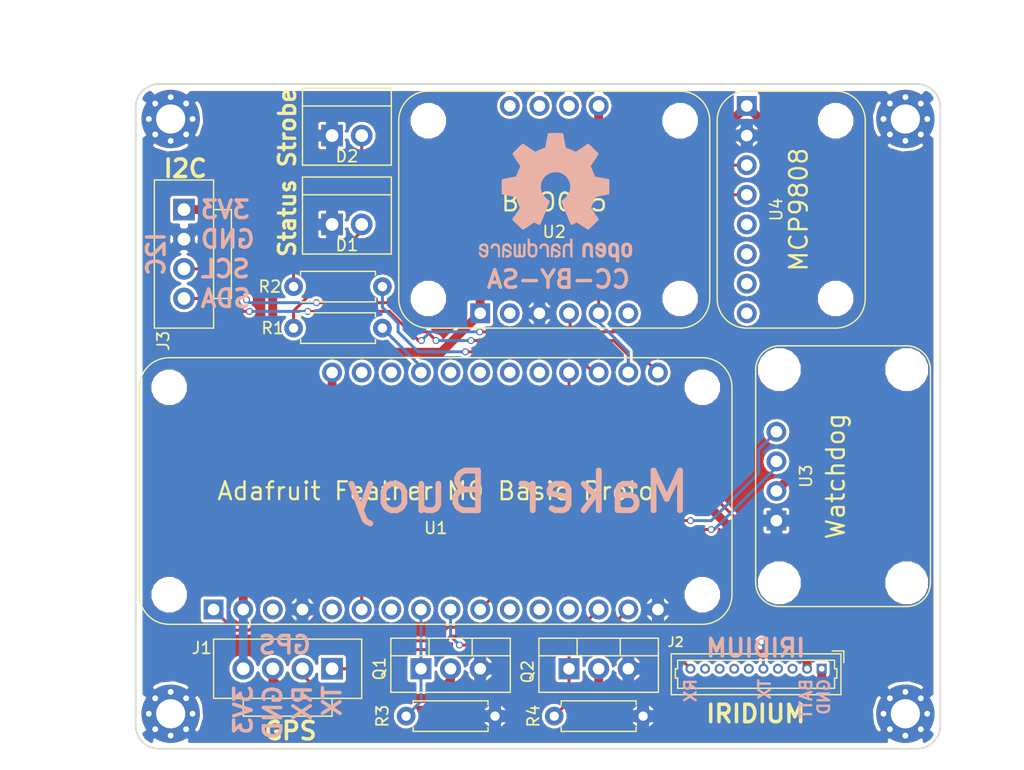
<source format=kicad_pcb>
(kicad_pcb (version 4) (host pcbnew 4.0.7)
  (title_block (title "Maker Buoy") (date 2018-05-28) (rev 4) (company "©2018 Adrian Studer") (comment 1 "Commons Attribution-ShareAlike 3.0 License") (comment 2 "This content is made available under a Creative"))
  (layers (0 F.Cu signal) (31 B.Cu signal) (34 B.Paste user) (35 F.Paste user) (36 B.SilkS user) (37 F.SilkS user) (38 B.Mask user) (39 F.Mask user) (44 Edge.Cuts user))
  (net 0 "")
  (net 1 GND)
  (net 2 "Net-(D1-Pad2)")
  (net 3 "Net-(D2-Pad2)")
  (net 4 "Net-(R1-Pad2)")
  (net 5 "Net-(R2-Pad2)")
  (net 6 /3V3)
  (net 7 "Net-(U1-Pad3)")
  (net 8 "Net-(U1-Pad5)")
  (net 9 "Net-(U1-Pad21)")
  (net 10 "Net-(U1-Pad7)")
  (net 11 "Net-(U1-Pad11)")
  (net 12 "Net-(U1-Pad12)")
  (net 13 "Net-(U1-Pad13)")
  (net 14 "Net-(U1-Pad22)")
  (net 15 "Net-(U1-Pad23)")
  (net 16 "Net-(U1-Pad24)")
  (net 17 "Net-(U1-Pad26)")
  (net 18 "Net-(U1-Pad27)")
  (net 19 +BATT)
  (net 20 "Net-(U2-Pad2)")
  (net 21 "Net-(U2-Pad6)")
  (net 22 "Net-(U2-Pad8)")
  (net 23 "Net-(U2-Pad9)")
  (net 24 "Net-(U2-Pad10)")
  (net 25 "Net-(U4-Pad5)")
  (net 26 "Net-(U4-Pad6)")
  (net 27 "Net-(U4-Pad7)")
  (net 28 "Net-(U4-Pad8)")
  (net 29 "Net-(J2-Pad4)")
  (net 30 /GPS_TX)
  (net 31 /GPS_RX)
  (net 32 /IRD_TX)
  (net 33 /IRD_RX)
  (net 34 /GPS_PWR)
  (net 35 /IRD_PWR)
  (net 36 /WD_RST)
  (net 37 /WD_IN)
  (net 38 /SCL)
  (net 39 /SDA)
  (net 40 "Net-(J2-Pad3)")
  (net 41 "Net-(J2-Pad7)")
  (net 42 "Net-(J2-Pad8)")
  (net 43 "Net-(J2-Pad1)")
  (net 44 "Net-(J2-Pad6)")
  (net 45 "Net-(J2-Pad9)")
  (net 46 "Net-(J1-Pad3)")
  (module TO_SOT_Packages_THT:TO-220-3_Vertical (layer F.Cu) (at 137.16 104.14)
    (fp_text reference Q2 (at -3.556 0.254 270) (layer F.SilkS))
    (fp_text value IRLB8721)
    (pad 1 thru_hole rect (at 0 0) (size 1.8 1.8) (drill 1) (layers *.Cu *.Mask) (net 35 /IRD_PWR))
    (pad 2 thru_hole oval (at 2.54 0) (size 1.8 1.8) (drill 1) (layers *.Cu *.Mask) (net 43 "Net-(J2-Pad1)"))
    (pad 3 thru_hole oval (at 5.08 0) (size 1.8 1.8) (drill 1) (layers *.Cu *.Mask) (net 1 GND))
  )
  (module TO_SOT_Packages_THT:TO-220-3_Vertical (layer F.Cu) (at 124.46 104.14)
    (fp_text reference Q1 (at -3.556 0 90) (layer F.SilkS))
    (fp_text value IRLB8721)
    (pad 1 thru_hole rect (at 0 0) (size 1.8 1.8) (drill 1) (layers *.Cu *.Mask) (net 34 /GPS_PWR))
    (pad 2 thru_hole oval (at 2.54 0) (size 1.8 1.8) (drill 1) (layers *.Cu *.Mask) (net 46 "Net-(J1-Pad3)"))
    (pad 3 thru_hole oval (at 5.08 0) (size 1.8 1.8) (drill 1) (layers *.Cu *.Mask) (net 1 GND))
  )
  (module Footprints:Adafruit_MCP9808 (layer F.Cu) (at 152.4 55.88)
    (fp_text reference U4 (at 2.54 8.89 90) (layer F.SilkS))
    (fp_text value MCP9808)
    (fp_text user MCP9808 (at 4.445 8.89 90) (layer F.SilkS) (effects (font (thickness 0.2032))))
    (pad 1 thru_hole rect (at 0 0) (size 1.7 1.7) (drill 1) (layers *.Cu *.Mask) (net 6 /3V3))
    (pad 2 thru_hole oval (at 0 2.54) (size 1.7 1.7) (drill 1) (layers *.Cu *.Mask) (net 1 GND))
    (pad 3 thru_hole oval (at 0 5.08) (size 1.7 1.7) (drill 1) (layers *.Cu *.Mask) (net 38 /SCL))
    (pad 4 thru_hole oval (at 0 7.62) (size 1.7 1.7) (drill 1) (layers *.Cu *.Mask) (net 39 /SDA))
    (pad 5 thru_hole oval (at 0 10.16) (size 1.7 1.7) (drill 1) (layers *.Cu *.Mask) (net 25 "Net-(U4-Pad5)"))
    (pad 6 thru_hole oval (at 0 12.7) (size 1.7 1.7) (drill 1) (layers *.Cu *.Mask) (net 26 "Net-(U4-Pad6)"))
    (pad 7 thru_hole oval (at 0 15.24) (size 1.7 1.7) (drill 1) (layers *.Cu *.Mask) (net 27 "Net-(U4-Pad7)"))
    (pad 8 thru_hole oval (at 0 17.78) (size 1.7 1.7) (drill 1) (layers *.Cu *.Mask) (net 28 "Net-(U4-Pad8)"))
    (pad "" np_thru_hole circle (at 7.62 16.51) (size 2.54 2.54) (drill 2.54) (layers *.Cu *.Mask))
    (pad "" np_thru_hole circle (at 7.62 1.27) (size 2.54 2.54) (drill 2.54) (layers *.Cu *.Mask))
  )
  (module Footprints:Adafruit_Feather_M0_Basic_Proto (layer F.Cu) (at 125.73 99.06 90)
    (fp_text reference U1 (at 6.985 0 180) (layer F.SilkS))
    (fp_text value "Adafruit Feather M0 Basic Proto")
    (fp_text user "Adafruit Feather M0 Basic Proto" (at 10.16 0 180) (layer F.SilkS) (effects (font (thickness 0.2032))))
    (pad 1 thru_hole rect (at 0 -19.05 90) (size 1.7 1.7) (drill 1) (layers *.Cu *.Mask) (net 36 /WD_RST))
    (pad 2 thru_hole oval (at 0 -16.51 90) (size 1.7 1.7) (drill 1) (layers *.Cu *.Mask) (net 6 /3V3))
    (pad 3 thru_hole oval (at 0 -13.97 90) (size 1.7 1.7) (drill 1) (layers *.Cu *.Mask) (net 7 "Net-(U1-Pad3)"))
    (pad 4 thru_hole oval (at 0 -11.43 90) (size 1.7 1.7) (drill 1) (layers *.Cu *.Mask) (net 1 GND))
    (pad 5 thru_hole oval (at 0 -8.89 90) (size 1.7 1.7) (drill 1) (layers *.Cu *.Mask) (net 8 "Net-(U1-Pad5)"))
    (pad 6 thru_hole oval (at 0 -6.35 90) (size 1.7 1.7) (drill 1) (layers *.Cu *.Mask) (net 37 /WD_IN))
    (pad 18 thru_hole oval (at 20.32 16.51 90) (size 1.7 1.7) (drill 1) (layers *.Cu *.Mask) (net 38 /SCL))
    (pad 19 thru_hole oval (at 20.32 13.97 90) (size 1.7 1.7) (drill 1) (layers *.Cu *.Mask) (net 5 "Net-(R2-Pad2)"))
    (pad "" np_thru_hole circle (at 1.27 22.86 90) (size 2.54 2.54) (drill 2.54) (layers *.Cu *.Mask))
    (pad "" np_thru_hole circle (at 19.05 -22.86 90) (size 2.54 2.54) (drill 2.54) (layers *.Cu *.Mask))
    (pad 20 thru_hole oval (at 20.32 11.43 90) (size 1.7 1.7) (drill 1) (layers *.Cu *.Mask) (net 32 /IRD_TX))
    (pad 21 thru_hole oval (at 20.32 8.89 90) (size 1.7 1.7) (drill 1) (layers *.Cu *.Mask) (net 9 "Net-(U1-Pad21)"))
    (pad "" np_thru_hole circle (at 1.27 -22.86 90) (size 2.54 2.54) (drill 2.54) (layers *.Cu *.Mask))
    (pad "" np_thru_hole circle (at 19.05 22.86 90) (size 2.54 2.54) (drill 2.54) (layers *.Cu *.Mask))
    (pad 7 thru_hole oval (at 0 -3.81 90) (size 1.7 1.7) (drill 1) (layers *.Cu *.Mask) (net 10 "Net-(U1-Pad7)"))
    (pad 9 thru_hole oval (at 0 1.27 90) (size 1.7 1.7) (drill 1) (layers *.Cu *.Mask) (net 35 /IRD_PWR))
    (pad 8 thru_hole oval (at 0 -1.27 90) (size 1.7 1.7) (drill 1) (layers *.Cu *.Mask) (net 34 /GPS_PWR))
    (pad 10 thru_hole oval (at 0 3.81 90) (size 1.7 1.7) (drill 1) (layers *.Cu *.Mask) (net 33 /IRD_RX))
    (pad 11 thru_hole oval (at 0 6.35 90) (size 1.7 1.7) (drill 1) (layers *.Cu *.Mask) (net 11 "Net-(U1-Pad11)"))
    (pad 12 thru_hole oval (at 0 8.89 90) (size 1.7 1.7) (drill 1) (layers *.Cu *.Mask) (net 12 "Net-(U1-Pad12)"))
    (pad 13 thru_hole oval (at 0 11.43 90) (size 1.7 1.7) (drill 1) (layers *.Cu *.Mask) (net 13 "Net-(U1-Pad13)"))
    (pad 14 thru_hole oval (at 0 13.97 90) (size 1.7 1.7) (drill 1) (layers *.Cu *.Mask) (net 30 /GPS_TX))
    (pad 15 thru_hole oval (at 0 16.51 90) (size 1.7 1.7) (drill 1) (layers *.Cu *.Mask) (net 31 /GPS_RX))
    (pad 16 thru_hole oval (at 0 19.05 90) (size 1.7 1.7) (drill 1) (layers *.Cu *.Mask) (net 1 GND))
    (pad 17 thru_hole oval (at 20.32 19.05 90) (size 1.7 1.7) (drill 1) (layers *.Cu *.Mask) (net 39 /SDA))
    (pad 22 thru_hole oval (at 20.32 6.35 90) (size 1.7 1.7) (drill 1) (layers *.Cu *.Mask) (net 14 "Net-(U1-Pad22)"))
    (pad 23 thru_hole oval (at 20.32 3.81 90) (size 1.7 1.7) (drill 1) (layers *.Cu *.Mask) (net 15 "Net-(U1-Pad23)"))
    (pad 24 thru_hole oval (at 20.32 1.27 90) (size 1.7 1.7) (drill 1) (layers *.Cu *.Mask) (net 16 "Net-(U1-Pad24)"))
    (pad 25 thru_hole oval (at 20.32 -1.27 90) (size 1.7 1.7) (drill 1) (layers *.Cu *.Mask) (net 4 "Net-(R1-Pad2)"))
    (pad 26 thru_hole oval (at 20.32 -3.81 90) (size 1.7 1.7) (drill 1) (layers *.Cu *.Mask) (net 17 "Net-(U1-Pad26)"))
    (pad 27 thru_hole oval (at 20.32 -6.35 90) (size 1.7 1.7) (drill 1) (layers *.Cu *.Mask) (net 18 "Net-(U1-Pad27)"))
    (pad 28 thru_hole oval (at 20.32 -8.89 90) (size 1.7 1.7) (drill 1) (layers *.Cu *.Mask) (net 19 +BATT))
  )
  (module Resistors_ThroughHole:R_Axial_DIN0207_L6.3mm_D2.5mm_P7.62mm_Horizontal (layer F.Cu) (at 135.89 108.204)
    (fp_text reference R4 (at -1.778 0 90) (layer F.SilkS))
    (fp_text value 10K)
    (pad 1 thru_hole circle (at 0 0) (size 1.6 1.6) (drill 0.8) (layers *.Cu *.Mask) (net 35 /IRD_PWR))
    (pad 2 thru_hole oval (at 7.62 0) (size 1.6 1.6) (drill 0.8) (layers *.Cu *.Mask) (net 1 GND))
  )
  (module Resistors_ThroughHole:R_Axial_DIN0207_L6.3mm_D2.5mm_P7.62mm_Horizontal (layer F.Cu) (at 123.19 108.204)
    (fp_text reference R3 (at -2.032 0 270) (layer F.SilkS))
    (fp_text value 10K)
    (pad 1 thru_hole circle (at 0 0) (size 1.6 1.6) (drill 0.8) (layers *.Cu *.Mask) (net 34 /GPS_PWR))
    (pad 2 thru_hole oval (at 7.62 0) (size 1.6 1.6) (drill 0.8) (layers *.Cu *.Mask) (net 1 GND))
  )
  (module Resistors_ThroughHole:R_Axial_DIN0207_L6.3mm_D2.5mm_P7.62mm_Horizontal (layer F.Cu) (at 113.538 71.374)
    (fp_text reference R2 (at -2.038 0) (layer F.SilkS))
    (fp_text value 330R)
    (pad 1 thru_hole circle (at 0 0) (size 1.6 1.6) (drill 0.8) (layers *.Cu *.Mask) (net 3 "Net-(D2-Pad2)"))
    (pad 2 thru_hole oval (at 7.62 0) (size 1.6 1.6) (drill 0.8) (layers *.Cu *.Mask) (net 5 "Net-(R2-Pad2)"))
  )
  (module Resistors_ThroughHole:R_Axial_DIN0207_L6.3mm_D2.5mm_P7.62mm_Horizontal (layer F.Cu) (at 113.538 74.93)
    (fp_text reference R1 (at -1.788 0) (layer F.SilkS))
    (fp_text value 330R)
    (pad 1 thru_hole circle (at 0 0) (size 1.6 1.6) (drill 0.8) (layers *.Cu *.Mask) (net 2 "Net-(D1-Pad2)"))
    (pad 2 thru_hole oval (at 7.62 0) (size 1.6 1.6) (drill 0.8) (layers *.Cu *.Mask) (net 4 "Net-(R1-Pad2)"))
  )
  (module Mounting_Holes:MountingHole_2.5mm_Pad_Via (layer F.Cu) (at 103 108)
    (fp_text reference REF** hide)
    (fp_text value MountingHole_2.7mm_M2.5)
    (pad 1 thru_hole circle (at 0 0) (size 5 5) (drill 2.5) (layers *.Cu *.Mask) (net 1 GND))
    (pad 1 thru_hole circle (at 1.875 0) (size 0.8 0.8) (drill 0.5) (layers *.Cu *.Mask) (net 1 GND))
    (pad 1 thru_hole circle (at 1.325825 1.325825) (size 0.8 0.8) (drill 0.5) (layers *.Cu *.Mask) (net 1 GND))
    (pad 1 thru_hole circle (at 0 1.875) (size 0.8 0.8) (drill 0.5) (layers *.Cu *.Mask) (net 1 GND))
    (pad 1 thru_hole circle (at -1.325825 1.325825) (size 0.8 0.8) (drill 0.5) (layers *.Cu *.Mask) (net 1 GND))
    (pad 1 thru_hole circle (at -1.875 0) (size 0.8 0.8) (drill 0.5) (layers *.Cu *.Mask) (net 1 GND))
    (pad 1 thru_hole circle (at -1.325825 -1.325825) (size 0.8 0.8) (drill 0.5) (layers *.Cu *.Mask) (net 1 GND))
    (pad 1 thru_hole circle (at 0 -1.875) (size 0.8 0.8) (drill 0.5) (layers *.Cu *.Mask) (net 1 GND))
    (pad 1 thru_hole circle (at 1.325825 -1.325825) (size 0.8 0.8) (drill 0.5) (layers *.Cu *.Mask) (net 1 GND))
  )
  (module Mounting_Holes:MountingHole_2.5mm_Pad_Via (layer F.Cu) (at 166 108)
    (fp_text reference REF** hide)
    (fp_text value MountingHole_2.7mm_M2.5)
    (pad 1 thru_hole circle (at 0 0) (size 5 5) (drill 2.5) (layers *.Cu *.Mask) (net 1 GND))
    (pad 1 thru_hole circle (at 1.875 0) (size 0.8 0.8) (drill 0.5) (layers *.Cu *.Mask) (net 1 GND))
    (pad 1 thru_hole circle (at 1.325825 1.325825) (size 0.8 0.8) (drill 0.5) (layers *.Cu *.Mask) (net 1 GND))
    (pad 1 thru_hole circle (at 0 1.875) (size 0.8 0.8) (drill 0.5) (layers *.Cu *.Mask) (net 1 GND))
    (pad 1 thru_hole circle (at -1.325825 1.325825) (size 0.8 0.8) (drill 0.5) (layers *.Cu *.Mask) (net 1 GND))
    (pad 1 thru_hole circle (at -1.875 0) (size 0.8 0.8) (drill 0.5) (layers *.Cu *.Mask) (net 1 GND))
    (pad 1 thru_hole circle (at -1.325825 -1.325825) (size 0.8 0.8) (drill 0.5) (layers *.Cu *.Mask) (net 1 GND))
    (pad 1 thru_hole circle (at 0 -1.875) (size 0.8 0.8) (drill 0.5) (layers *.Cu *.Mask) (net 1 GND))
    (pad 1 thru_hole circle (at 1.325825 -1.325825) (size 0.8 0.8) (drill 0.5) (layers *.Cu *.Mask) (net 1 GND))
  )
  (module Mounting_Holes:MountingHole_2.5mm_Pad_Via (layer F.Cu) (at 103 57)
    (fp_text reference REF** hide)
    (fp_text value MountingHole_2.7mm_M2.5)
    (pad 1 thru_hole circle (at 0 0) (size 5 5) (drill 2.5) (layers *.Cu *.Mask) (net 1 GND))
    (pad 1 thru_hole circle (at 1.875 0) (size 0.8 0.8) (drill 0.5) (layers *.Cu *.Mask) (net 1 GND))
    (pad 1 thru_hole circle (at 1.325825 1.325825) (size 0.8 0.8) (drill 0.5) (layers *.Cu *.Mask) (net 1 GND))
    (pad 1 thru_hole circle (at 0 1.875) (size 0.8 0.8) (drill 0.5) (layers *.Cu *.Mask) (net 1 GND))
    (pad 1 thru_hole circle (at -1.325825 1.325825) (size 0.8 0.8) (drill 0.5) (layers *.Cu *.Mask) (net 1 GND))
    (pad 1 thru_hole circle (at -1.875 0) (size 0.8 0.8) (drill 0.5) (layers *.Cu *.Mask) (net 1 GND))
    (pad 1 thru_hole circle (at -1.325825 -1.325825) (size 0.8 0.8) (drill 0.5) (layers *.Cu *.Mask) (net 1 GND))
    (pad 1 thru_hole circle (at 0 -1.875) (size 0.8 0.8) (drill 0.5) (layers *.Cu *.Mask) (net 1 GND))
    (pad 1 thru_hole circle (at 1.325825 -1.325825) (size 0.8 0.8) (drill 0.5) (layers *.Cu *.Mask) (net 1 GND))
  )
  (module Mounting_Holes:MountingHole_2.5mm_Pad_Via (layer F.Cu) (at 166 57)
    (fp_text reference REF** hide)
    (fp_text value MountingHole_2.5mm_Pad)
    (pad 1 thru_hole circle (at 0 0) (size 5 5) (drill 2.5) (layers *.Cu *.Mask) (net 1 GND))
    (pad 1 thru_hole circle (at 1.875 0) (size 0.8 0.8) (drill 0.5) (layers *.Cu *.Mask) (net 1 GND))
    (pad 1 thru_hole circle (at 1.325825 1.325825) (size 0.8 0.8) (drill 0.5) (layers *.Cu *.Mask) (net 1 GND))
    (pad 1 thru_hole circle (at 0 1.875) (size 0.8 0.8) (drill 0.5) (layers *.Cu *.Mask) (net 1 GND))
    (pad 1 thru_hole circle (at -1.325825 1.325825) (size 0.8 0.8) (drill 0.5) (layers *.Cu *.Mask) (net 1 GND))
    (pad 1 thru_hole circle (at -1.875 0) (size 0.8 0.8) (drill 0.5) (layers *.Cu *.Mask) (net 1 GND))
    (pad 1 thru_hole circle (at -1.325825 -1.325825) (size 0.8 0.8) (drill 0.5) (layers *.Cu *.Mask) (net 1 GND))
    (pad 1 thru_hole circle (at 0 -1.875) (size 0.8 0.8) (drill 0.5) (layers *.Cu *.Mask) (net 1 GND))
    (pad 1 thru_hole circle (at 1.325825 -1.325825) (size 0.8 0.8) (drill 0.5) (layers *.Cu *.Mask) (net 1 GND))
  )
  (module Footprints:Freetronics_Dog (layer F.Cu) (at 154.94 83.82)
    (fp_text reference U3 (at 2.54 3.81 90) (layer F.SilkS))
    (fp_text value Watchdog)
    (fp_text user Watchdog (at 5.08 3.81 90) (layer F.SilkS) (effects (font (thickness 0.2032))))
    (pad 1 thru_hole rect (at 0 7.62) (size 1.7 1.7) (drill 1) (layers *.Cu *.Mask) (net 1 GND))
    (pad 2 thru_hole oval (at 0 5.08) (size 1.7 1.7) (drill 1) (layers *.Cu *.Mask) (net 6 /3V3))
    (pad 3 thru_hole oval (at 0 2.54) (size 1.7 1.7) (drill 1) (layers *.Cu *.Mask) (net 37 /WD_IN))
    (pad 4 thru_hole oval (at 0 0) (size 1.7 1.7) (drill 1) (layers *.Cu *.Mask) (net 36 /WD_RST))
    (pad "" np_thru_hole circle (at 0.254 12.954) (size 3.175 3.175) (drill 3.175) (layers *.Cu *.Mask))
    (pad "" np_thru_hole circle (at 0.254 -5.334) (size 3.175 3.175) (drill 3.175) (layers *.Cu *.Mask))
    (pad "" np_thru_hole circle (at 11.176 12.954) (size 3.175 3.175) (drill 3.175) (layers *.Cu *.Mask))
    (pad "" np_thru_hole circle (at 11.176 -5.334) (size 3.175 3.175) (drill 3.175) (layers *.Cu *.Mask))
  )
  (module Footprints:Adafruit_BNO055 (layer F.Cu) (at 129.54 73.66 90)
    (fp_text reference U2 (at 6.985 6.35 180) (layer F.SilkS))
    (fp_text value BNO055)
    (fp_text user BNO055 (at 9.525 6.35 180) (layer F.SilkS) (effects (font (thickness 0.2032))))
    (pad 1 thru_hole rect (at 0 0 90) (size 1.7 1.7) (drill 1) (layers *.Cu *.Mask) (net 6 /3V3))
    (pad 2 thru_hole oval (at 0 2.54 90) (size 1.7 1.7) (drill 1) (layers *.Cu *.Mask) (net 20 "Net-(U2-Pad2)"))
    (pad 3 thru_hole oval (at 0 5.08 90) (size 1.7 1.7) (drill 1) (layers *.Cu *.Mask) (net 1 GND))
    (pad 4 thru_hole oval (at 0 7.62 90) (size 1.7 1.7) (drill 1) (layers *.Cu *.Mask) (net 39 /SDA))
    (pad 5 thru_hole oval (at 0 10.16 90) (size 1.7 1.7) (drill 1) (layers *.Cu *.Mask) (net 38 /SCL))
    (pad 6 thru_hole oval (at 0 12.7 90) (size 1.7 1.7) (drill 1) (layers *.Cu *.Mask) (net 21 "Net-(U2-Pad6)"))
    (pad 7 thru_hole oval (at 17.78 10.16 90) (size 1.7 1.7) (drill 1) (layers *.Cu *.Mask) (net 6 /3V3))
    (pad 8 thru_hole oval (at 17.78 7.62 90) (size 1.7 1.7) (drill 1) (layers *.Cu *.Mask) (net 22 "Net-(U2-Pad8)"))
    (pad "" np_thru_hole circle (at 1.27 17.145 90) (size 2.54 2.54) (drill 2.54) (layers *.Cu *.Mask))
    (pad "" np_thru_hole circle (at 16.51 -4.445 90) (size 2.54 2.54) (drill 2.54) (layers *.Cu *.Mask))
    (pad 9 thru_hole oval (at 17.78 5.08 90) (size 1.7 1.7) (drill 1) (layers *.Cu *.Mask) (net 23 "Net-(U2-Pad9)"))
    (pad 10 thru_hole oval (at 17.78 2.54 90) (size 1.7 1.7) (drill 1) (layers *.Cu *.Mask) (net 24 "Net-(U2-Pad10)"))
    (pad "" np_thru_hole circle (at 1.27 -4.445 90) (size 2.54 2.54) (drill 2.54) (layers *.Cu *.Mask))
    (pad "" np_thru_hole circle (at 16.51 17.145 90) (size 2.54 2.54) (drill 2.54) (layers *.Cu *.Mask))
  )
  (module Connectors_Molex:Molex_PicoBlade_53047-1010_10x1.25mm_Straight (layer F.Cu) (at 158.824 104.14 180)
    (fp_text reference J2 (at 12.52 2.286 180) (layer F.SilkS) (effects (font (size 0.8 0.8))))
    (fp_text value "Iridium Header")
    (pad 1 thru_hole rect (at 0 0 180) (size 0.85 0.85) (drill 0.5) (layers *.Cu *.Mask) (net 43 "Net-(J2-Pad1)"))
    (pad 2 thru_hole circle (at 1.25 0 180) (size 0.85 0.85) (drill 0.5) (layers *.Cu *.Mask) (net 19 +BATT))
    (pad 3 thru_hole circle (at 2.5 0 180) (size 0.85 0.85) (drill 0.5) (layers *.Cu *.Mask) (net 40 "Net-(J2-Pad3)"))
    (pad 4 thru_hole circle (at 3.75 0 180) (size 0.85 0.85) (drill 0.5) (layers *.Cu *.Mask) (net 29 "Net-(J2-Pad4)"))
    (pad 5 thru_hole circle (at 5 0 180) (size 0.85 0.85) (drill 0.5) (layers *.Cu *.Mask) (net 32 /IRD_TX))
    (pad 6 thru_hole circle (at 6.25 0 180) (size 0.85 0.85) (drill 0.5) (layers *.Cu *.Mask) (net 44 "Net-(J2-Pad6)"))
    (pad 7 thru_hole circle (at 7.5 0 180) (size 0.85 0.85) (drill 0.5) (layers *.Cu *.Mask) (net 41 "Net-(J2-Pad7)"))
    (pad 8 thru_hole circle (at 8.75 0 180) (size 0.85 0.85) (drill 0.5) (layers *.Cu *.Mask) (net 42 "Net-(J2-Pad8)"))
    (pad 9 thru_hole circle (at 10 0 180) (size 0.85 0.85) (drill 0.5) (layers *.Cu *.Mask) (net 45 "Net-(J2-Pad9)"))
    (pad 10 thru_hole circle (at 11.25 0 180) (size 0.85 0.85) (drill 0.5) (layers *.Cu *.Mask) (net 33 /IRD_RX))
  )
  (module Footprints:Molex_SL_705430-0001 (layer F.Cu) (at 118.11 66.04)
    (fp_text reference D1 (at 0 1.778) (layer F.SilkS))
    (fp_text value Status)
    (pad 1 thru_hole rect (at -1.27 0) (size 1.8542 1.8542) (drill 1.0922) (layers *.Cu *.Mask) (net 1 GND))
    (pad 2 thru_hole circle (at 1.27 0) (size 1.8542 1.8542) (drill 1.0922) (layers *.Cu *.Mask) (net 2 "Net-(D1-Pad2)"))
  )
  (module Footprints:Molex_SL_705430-0001 (layer F.Cu) (at 118.11 58.42)
    (fp_text reference D2 (at 0 1.778) (layer F.SilkS))
    (fp_text value Strobe)
    (pad 1 thru_hole rect (at -1.27 0) (size 1.8542 1.8542) (drill 1.0922) (layers *.Cu *.Mask) (net 1 GND))
    (pad 2 thru_hole circle (at 1.27 0) (size 1.8542 1.8542) (drill 1.0922) (layers *.Cu *.Mask) (net 3 "Net-(D2-Pad2)"))
  )
  (module Footprints:Molex_SL_705430-0003 (layer F.Cu) (at 116.84 104.14 180)
    (fp_text reference J1 (at 11.176 1.778 180) (layer F.SilkS))
    (fp_text value "GPS Header")
    (pad 1 thru_hole rect (at 0 0 180) (size 1.8542 1.8542) (drill 1.0922) (layers *.Cu *.Mask) (net 30 /GPS_TX))
    (pad 2 thru_hole circle (at 2.54 0 180) (size 1.8542 1.8542) (drill 1.0922) (layers *.Cu *.Mask) (net 31 /GPS_RX))
    (pad 3 thru_hole circle (at 5.08 0 180) (size 1.8542 1.8542) (drill 1.0922) (layers *.Cu *.Mask) (net 46 "Net-(J1-Pad3)"))
    (pad 4 thru_hole circle (at 7.62 0 180) (size 1.8542 1.8542) (drill 1.0922) (layers *.Cu *.Mask) (net 6 /3V3))
  )
  (module Symbols:OSHW-Logo2_14.6x12mm_SilkScreen (layer B.Cu) (at 136 63.75 180)
    (fp_text reference REF*** hide)
    (fp_text value OSHW-Logo2_14.6x12mm_SilkScreen hide)
  )
  (module Footprints:Molex_SL_705430-0003 (layer F.Cu) (at 104.14 64.77 270)
    (fp_text reference J3 (at 11.25 1.778 270) (layer F.SilkS))
    (fp_text value "I2C Header")
    (pad 1 thru_hole rect (at 0 0 270) (size 1.8542 1.8542) (drill 1.0922) (layers *.Cu *.Mask) (net 6 /3V3))
    (pad 2 thru_hole circle (at 2.54 0 270) (size 1.8542 1.8542) (drill 1.0922) (layers *.Cu *.Mask) (net 1 GND))
    (pad 3 thru_hole circle (at 5.08 0 270) (size 1.8542 1.8542) (drill 1.0922) (layers *.Cu *.Mask) (net 38 /SCL))
    (pad 4 thru_hole circle (at 7.62 0 270) (size 1.8542 1.8542) (drill 1.0922) (layers *.Cu *.Mask) (net 39 /SDA))
  )
  (gr_text SDA (at 105.41 72.39) (layer B.SilkS) (effects (font (size 1.5 1.5) (thickness 0.3)) (justify right mirror)))
  (gr_text SCL (at 105.41 69.85) (layer B.SilkS) (effects (font (size 1.5 1.5) (thickness 0.3)) (justify right mirror)))
  (gr_text GND (at 105.41 67.31) (layer B.SilkS) (effects (font (size 1.5 1.5) (thickness 0.3)) (justify right mirror)))
  (gr_text 3V3 (at 105.41 64.77) (layer B.SilkS) (effects (font (size 1.5 1.5) (thickness 0.3)) (justify right mirror)))
  (gr_text I2C (at 101.75 68.58 90) (layer B.SilkS) (effects (font (size 1.5 1.5) (thickness 0.3)) (justify mirror)))
  (gr_text I2C (at 104.25 61.25) (layer F.SilkS) (effects (font (size 1.5 1.5) (thickness 0.3))))
  (gr_text CC-BY-SA (at 136.25 70.75) (layer B.SilkS) (effects (font (size 1.5 1.5) (thickness 0.3)) (justify mirror)))
  (gr_text IRIDIUM (at 153.162 102.362) (layer B.SilkS) (effects (font (size 1.5 1.5) (thickness 0.3)) (justify mirror)))
  (gr_text RX (at 147.574 104.902 90) (layer B.SilkS) (effects (font (size 1 1) (thickness 0.2)) (justify left mirror)))
  (gr_text TX (at 153.924 104.902 90) (layer B.SilkS) (effects (font (size 1 1) (thickness 0.2)) (justify left mirror)))
  (gr_text BATT (at 157.48 104.902 90) (layer B.SilkS) (effects (font (size 1 1) (thickness 0.2)) (justify left mirror)))
  (gr_text GND (at 159.004 104.902 90) (layer B.SilkS) (effects (font (size 1 1) (thickness 0.2)) (justify left mirror)))
  (gr_text GPS (at 112.776 102.108) (layer B.SilkS) (effects (font (size 1.5 1.5) (thickness 0.3)) (justify mirror)))
  (gr_text 3V3 (at 109.22 105.41 90) (layer B.SilkS) (effects (font (size 1.5 1.5) (thickness 0.3)) (justify left mirror)))
  (gr_text GND (at 111.76 105.41 90) (layer B.SilkS) (effects (font (size 1.5 1.5) (thickness 0.3)) (justify left mirror)))
  (gr_text RX (at 114.3 105.41 90) (layer B.SilkS) (effects (font (size 1.5 1.5) (thickness 0.3)) (justify left mirror)))
  (gr_text TX (at 116.84 105.41 90) (layer B.SilkS) (effects (font (size 1.5 1.5) (thickness 0.3)) (justify left mirror)))
  (gr_text "Maker Buoy" (at 132.75 89) (layer B.SilkS) (effects (font (size 3.4 3.4) (thickness 0.5)) (justify mirror)))
  (gr_text Status (at 113 65.5 90) (layer F.SilkS) (effects (font (size 1.4 1.4) (thickness 0.28))))
  (gr_text Strobe (at 113 57.75 90) (layer F.SilkS) (effects (font (size 1.4 1.4) (thickness 0.28))))
  (gr_text GPS (at 113.284 109.474) (layer F.SilkS) (effects (font (size 1.5 1.5) (thickness 0.3))))
  (gr_text IRIDIUM (at 153.162 108) (layer F.SilkS) (effects (font (size 1.5 1.5) (thickness 0.3))))
  (gr_arc (start 167 56) (end 167 54) (angle 90) (layer Edge.Cuts) (width 0.15))
  (gr_arc (start 102 56) (end 100 56) (angle 90) (layer Edge.Cuts) (width 0.15))
  (gr_arc (start 102 109) (end 102 111) (angle 90) (layer Edge.Cuts) (width 0.15))
  (gr_arc (start 167 109) (end 169 109) (angle 90) (layer Edge.Cuts) (width 0.15))
  (gr_line (start 169 109) (end 169 56) (layer Edge.Cuts) (width 0.15))
  (gr_line (start 102 54) (end 167 54) (layer Edge.Cuts) (width 0.15))
  (gr_line (start 102 111) (end 167 111) (layer Edge.Cuts) (width 0.15))
  (gr_line (start 100 56) (end 100 109) (layer Edge.Cuts) (width 0.15))
  (segment (start 118.25 67.75) (end 119.38 66.62) (width 0.254) (layer F.Cu) (net 2))
  (segment (start 119.38 66.62) (end 119.38 66.04) (width 0.254) (layer F.Cu) (net 2))
  (segment (start 116.25 67.75) (end 118.25 67.75) (width 0.254) (layer F.Cu) (net 2))
  (segment (start 115 69) (end 116.25 67.75) (width 0.254) (layer F.Cu) (net 2))
  (segment (start 115 72) (end 115 69) (width 0.254) (layer F.Cu) (net 2))
  (segment (start 113.538 73.462) (end 115 72) (width 0.254) (layer F.Cu) (net 2))
  (segment (start 113.538 74.93) (end 113.538 73.462) (width 0.254) (layer F.Cu) (net 2))
  (segment (start 113.538 66.294) (end 119.38 60.452) (width 0.254) (layer F.Cu) (net 3))
  (segment (start 119.38 60.452) (end 119.38 58.42) (width 0.254) (layer F.Cu) (net 3))
  (segment (start 113.538 71.374) (end 113.538 66.294) (width 0.254) (layer F.Cu) (net 3))
  (segment (start 124.46 78.74) (end 124.46 78.232) (width 0.254) (layer B.Cu) (net 4))
  (segment (start 124.46 78.232) (end 121.158 74.93) (width 0.254) (layer B.Cu) (net 4))
  (segment (start 139.7 78.74) (end 139.24 78.74) (width 0.254) (layer F.Cu) (net 5))
  (segment (start 139.24 78.74) (end 137.462 76.962) (width 0.254) (layer F.Cu) (net 5))
  (segment (start 137.462 76.962) (end 128.27 76.962) (width 0.254) (layer F.Cu) (net 5))
  (segment (start 128.27 76.962) (end 124.212 76.962) (width 0.254) (layer B.Cu) (net 5))
  (segment (start 124.212 76.962) (end 122.5 75.25) (width 0.254) (layer B.Cu) (net 5))
  (segment (start 122.5 75.25) (end 122.5 74.5) (width 0.254) (layer B.Cu) (net 5))
  (segment (start 121.158 73.158) (end 121.158 71.374) (width 0.254) (layer B.Cu) (net 5))
  (segment (start 122.5 74.5) (end 121.158 73.158) (width 0.254) (layer B.Cu) (net 5))
  (via (at 128.27 76.962) (size 0.6) (drill 0.4) (layers F.Cu B.Cu) (net 5))
  (segment (start 115 91) (end 109.22 96.78) (width 0.762) (layer F.Cu) (net 6))
  (segment (start 109.22 96.78) (end 109.22 99.06) (width 0.762) (layer F.Cu) (net 6))
  (segment (start 115 77) (end 126.2 77) (width 0.762) (layer F.Cu) (net 6))
  (segment (start 112.5 77) (end 115 77) (width 0.762) (layer F.Cu) (net 6))
  (segment (start 115 77) (end 115 91) (width 0.762) (layer F.Cu) (net 6))
  (segment (start 104.14 64.77) (end 107.02 64.77) (width 0.762) (layer F.Cu) (net 6))
  (segment (start 107.02 64.77) (end 111.75 69.5) (width 0.762) (layer F.Cu) (net 6))
  (segment (start 111.75 69.5) (end 111.75 76.25) (width 0.762) (layer F.Cu) (net 6))
  (segment (start 126.2 77) (end 129.54 73.66) (width 0.762) (layer F.Cu) (net 6))
  (segment (start 111.75 76.25) (end 112.5 77) (width 0.762) (layer F.Cu) (net 6))
  (segment (start 152.4 55.88) (end 156.21 59.69) (width 0.762) (layer F.Cu) (net 6))
  (segment (start 160.02 83.82) (end 154.94 88.9) (width 0.762) (layer F.Cu) (net 6))
  (segment (start 156.21 59.69) (end 156.21 73.66) (width 0.762) (layer F.Cu) (net 6))
  (segment (start 156.21 73.66) (end 160.02 77.47) (width 0.762) (layer F.Cu) (net 6))
  (segment (start 160.02 77.47) (end 160.02 83.82) (width 0.762) (layer F.Cu) (net 6))
  (segment (start 130.556 61.722) (end 139.7 61.722) (width 0.762) (layer F.Cu) (net 6))
  (segment (start 139.7 61.722) (end 147.828 61.722) (width 0.762) (layer F.Cu) (net 6))
  (segment (start 139.7 55.88) (end 139.7 61.722) (width 0.762) (layer F.Cu) (net 6))
  (segment (start 150.114 59.436) (end 150.114 58.166) (width 0.762) (layer F.Cu) (net 6))
  (segment (start 150.114 58.166) (end 152.4 55.88) (width 0.762) (layer F.Cu) (net 6))
  (segment (start 147.828 61.722) (end 150.114 59.436) (width 0.762) (layer F.Cu) (net 6))
  (segment (start 129.54 62.738) (end 130.556 61.722) (width 0.762) (layer F.Cu) (net 6))
  (segment (start 129.54 73.66) (end 129.54 62.738) (width 0.762) (layer F.Cu) (net 6))
  (segment (start 109.22 99.06) (end 109.22 104.14) (width 0.762) (layer B.Cu) (net 6))
  (segment (start 116.84 78.74) (end 116.84 88.138) (width 0.762) (layer F.Cu) (net 19))
  (segment (start 116.84 88.138) (end 119.126 90.424) (width 0.762) (layer F.Cu) (net 19))
  (segment (start 119.126 90.424) (end 149.352 90.424) (width 0.762) (layer F.Cu) (net 19))
  (segment (start 151.638 101.854) (end 152.654 102.87) (width 0.762) (layer F.Cu) (net 19))
  (segment (start 149.352 90.424) (end 151.638 92.71) (width 0.762) (layer F.Cu) (net 19))
  (segment (start 151.638 92.71) (end 151.638 101.854) (width 0.762) (layer F.Cu) (net 19))
  (segment (start 152.654 102.87) (end 156.972 102.87) (width 0.762) (layer F.Cu) (net 19))
  (segment (start 156.972 102.87) (end 157.574 103.472) (width 0.762) (layer F.Cu) (net 19))
  (segment (start 157.574 103.472) (end 157.574 104.14) (width 0.762) (layer F.Cu) (net 19))
  (segment (start 116.84 104.14) (end 118.61 104.14) (width 0.254) (layer F.Cu) (net 30))
  (segment (start 118.61 104.14) (end 121 101.75) (width 0.254) (layer F.Cu) (net 30))
  (segment (start 121 101.75) (end 125.584 101.75) (width 0.254) (layer F.Cu) (net 30))
  (segment (start 125.584 101.75) (end 126.75 100.584) (width 0.254) (layer F.Cu) (net 30))
  (segment (start 126.75 100.584) (end 138.176 100.584) (width 0.254) (layer F.Cu) (net 30))
  (segment (start 138.176 100.584) (end 139.7 99.06) (width 0.254) (layer F.Cu) (net 30))
  (segment (start 114.3 104.14) (end 114.3 104.648) (width 0.254) (layer F.Cu) (net 31))
  (segment (start 114.3 104.648) (end 115.316 105.664) (width 0.254) (layer F.Cu) (net 31))
  (segment (start 127 101.346) (end 139.954 101.346) (width 0.254) (layer F.Cu) (net 31))
  (segment (start 115.316 105.664) (end 118.11 105.664) (width 0.254) (layer F.Cu) (net 31))
  (segment (start 118.11 105.664) (end 121.274 102.5) (width 0.254) (layer F.Cu) (net 31))
  (segment (start 121.274 102.5) (end 125.846 102.5) (width 0.254) (layer F.Cu) (net 31))
  (segment (start 125.846 102.5) (end 127 101.346) (width 0.254) (layer F.Cu) (net 31))
  (segment (start 139.954 101.346) (end 142.24 99.06) (width 0.254) (layer F.Cu) (net 31))
  (segment (start 153.67 101.854) (end 153.824 102.008) (width 0.254) (layer B.Cu) (net 32))
  (segment (start 153.824 102.008) (end 153.824 104.14) (width 0.254) (layer B.Cu) (net 32))
  (segment (start 152.527 101.473) (end 152.908 101.854) (width 0.254) (layer F.Cu) (net 32))
  (segment (start 152.908 101.854) (end 153.67 101.854) (width 0.254) (layer F.Cu) (net 32))
  (via (at 153.67 101.854) (size 0.6) (drill 0.4) (layers F.Cu B.Cu) (net 32))
  (segment (start 152.527 100.457) (end 152.527 101.473) (width 0.254) (layer F.Cu) (net 32))
  (segment (start 152.527 92.329) (end 149.606 89.408) (width 0.254) (layer F.Cu) (net 32))
  (segment (start 149.606 89.408) (end 142.24 89.408) (width 0.254) (layer F.Cu) (net 32))
  (segment (start 152.527 100.457) (end 152.527 92.329) (width 0.254) (layer F.Cu) (net 32))
  (segment (start 142.24 89.408) (end 137.16 84.328) (width 0.254) (layer F.Cu) (net 32))
  (segment (start 137.16 84.328) (end 137.16 78.74) (width 0.254) (layer F.Cu) (net 32))
  (segment (start 129.54 99.06) (end 131.064 97.536) (width 0.254) (layer F.Cu) (net 33))
  (segment (start 131.064 97.536) (end 142.748 97.536) (width 0.254) (layer F.Cu) (net 33))
  (segment (start 142.748 97.536) (end 143.51 98.298) (width 0.254) (layer F.Cu) (net 33))
  (segment (start 143.51 98.298) (end 143.51 100.076) (width 0.254) (layer F.Cu) (net 33))
  (segment (start 143.51 100.076) (end 147.574 104.14) (width 0.254) (layer F.Cu) (net 33))
  (segment (start 124.46 104.14) (end 124.46 106.934) (width 0.254) (layer B.Cu) (net 34))
  (segment (start 124.46 106.934) (end 123.19 108.204) (width 0.254) (layer B.Cu) (net 34))
  (segment (start 124.46 99.06) (end 124.46 104.14) (width 0.254) (layer B.Cu) (net 34))
  (segment (start 124.46 99.06) (end 124.46 99.314) (width 0.254) (layer B.Cu) (net 34))
  (segment (start 135.89 108.204) (end 137.16 106.934) (width 0.254) (layer F.Cu) (net 35))
  (segment (start 137.16 106.934) (end 137.16 104.14) (width 0.254) (layer F.Cu) (net 35))
  (segment (start 127.762 102.108) (end 136.398 102.108) (width 0.254) (layer F.Cu) (net 35))
  (segment (start 136.398 102.108) (end 137.16 102.87) (width 0.254) (layer F.Cu) (net 35))
  (segment (start 137.16 102.87) (end 137.16 104.14) (width 0.254) (layer F.Cu) (net 35))
  (segment (start 127 99.06) (end 127 101.346) (width 0.254) (layer B.Cu) (net 35))
  (segment (start 127 101.346) (end 127.762 102.108) (width 0.254) (layer B.Cu) (net 35))
  (via (at 127.762 102.108) (size 0.6) (drill 0.4) (layers F.Cu B.Cu) (net 35))
  (segment (start 153.416 87.376) (end 153.416 85.344) (width 0.254) (layer B.Cu) (net 36))
  (segment (start 153.416 85.344) (end 154.94 83.82) (width 0.254) (layer B.Cu) (net 36))
  (segment (start 149.352 91.44) (end 153.416 87.376) (width 0.254) (layer B.Cu) (net 36))
  (segment (start 147.574 91.44) (end 149.352 91.44) (width 0.254) (layer B.Cu) (net 36))
  (segment (start 147.574 91.44) (end 116.332 91.44) (width 0.254) (layer F.Cu) (net 36))
  (via (at 147.574 91.44) (size 0.6) (drill 0.4) (layers F.Cu B.Cu) (net 36))
  (segment (start 106.68 99.06) (end 108.458 100.838) (width 0.254) (layer F.Cu) (net 36))
  (segment (start 109.728 100.838) (end 110.49 100.076) (width 0.254) (layer F.Cu) (net 36))
  (segment (start 110.49 100.076) (end 110.49 97.282) (width 0.254) (layer F.Cu) (net 36))
  (segment (start 108.458 100.838) (end 109.728 100.838) (width 0.254) (layer F.Cu) (net 36))
  (segment (start 110.49 97.282) (end 116.332 91.44) (width 0.254) (layer F.Cu) (net 36))
  (segment (start 149.606 92.202) (end 154.94 86.868) (width 0.254) (layer B.Cu) (net 37))
  (segment (start 154.94 86.868) (end 154.94 86.36) (width 0.254) (layer B.Cu) (net 37))
  (segment (start 149.352 92.202) (end 149.606 92.202) (width 0.254) (layer B.Cu) (net 37))
  (segment (start 123.698 92.202) (end 149.352 92.202) (width 0.254) (layer F.Cu) (net 37))
  (via (at 149.352 92.202) (size 0.6) (drill 0.4) (layers F.Cu B.Cu) (net 37))
  (segment (start 119.38 96.52) (end 123.698 92.202) (width 0.254) (layer F.Cu) (net 37))
  (segment (start 119.38 99.06) (end 119.38 96.52) (width 0.254) (layer F.Cu) (net 37))
  (segment (start 142.24 78.74) (end 142.24 77.24) (width 0.254) (layer F.Cu) (net 38))
  (segment (start 142.24 77.24) (end 141 76) (width 0.254) (layer F.Cu) (net 38))
  (segment (start 141 76) (end 128.75 76) (width 0.254) (layer F.Cu) (net 38))
  (via (at 109.5 72.5) (size 0.6) (drill 0.4) (layers F.Cu B.Cu) (net 38))
  (segment (start 109.5 72.5) (end 106.85 69.85) (width 0.254) (layer F.Cu) (net 38))
  (segment (start 109.5 72.5) (end 109.75 72.75) (width 0.254) (layer B.Cu) (net 38))
  (segment (start 109.75 72.75) (end 115.5 72.75) (width 0.254) (layer B.Cu) (net 38))
  (segment (start 106.85 69.85) (end 104.14 69.85) (width 0.254) (layer F.Cu) (net 38))
  (segment (start 125.75 76) (end 125 75.25) (width 0.254) (layer F.Cu) (net 38))
  (segment (start 125 75.25) (end 124.25 75.25) (width 0.254) (layer F.Cu) (net 38))
  (segment (start 124.25 75.25) (end 121.75 72.75) (width 0.254) (layer F.Cu) (net 38))
  (segment (start 121.75 72.75) (end 115.5 72.75) (width 0.254) (layer F.Cu) (net 38))
  (via (at 125.75 76) (size 0.6) (drill 0.4) (layers F.Cu B.Cu) (net 38))
  (segment (start 125.75 76) (end 128.75 76) (width 0.254) (layer B.Cu) (net 38))
  (via (at 115.5 72.75) (size 0.6) (drill 0.4) (layers F.Cu B.Cu) (net 38))
  (via (at 128.75 76) (size 0.6) (drill 0.4) (layers F.Cu B.Cu) (net 38))
  (segment (start 150.114 60.96) (end 139.7 71.374) (width 0.254) (layer F.Cu) (net 38))
  (segment (start 139.7 71.374) (end 139.7 73.66) (width 0.254) (layer F.Cu) (net 38))
  (segment (start 152.4 60.96) (end 150.114 60.96) (width 0.254) (layer F.Cu) (net 38))
  (segment (start 139.7 74.422) (end 142.24 76.962) (width 0.254) (layer B.Cu) (net 38))
  (segment (start 142.24 76.962) (end 142.24 78.74) (width 0.254) (layer B.Cu) (net 38))
  (segment (start 139.7 73.66) (end 139.7 74.422) (width 0.254) (layer B.Cu) (net 38))
  (via (at 109.75 73.5) (size 0.6) (drill 0.4) (layers F.Cu B.Cu) (net 39))
  (segment (start 109.75 73.5) (end 109.25 73.5) (width 0.254) (layer F.Cu) (net 39))
  (segment (start 114.75 73.5) (end 109.75 73.5) (width 0.254) (layer B.Cu) (net 39))
  (segment (start 108.14 72.39) (end 104.14 72.39) (width 0.254) (layer F.Cu) (net 39))
  (segment (start 109.25 73.5) (end 108.14 72.39) (width 0.254) (layer F.Cu) (net 39))
  (segment (start 124.25 76) (end 121.75 73.5) (width 0.254) (layer F.Cu) (net 39))
  (segment (start 121.75 73.5) (end 114.75 73.5) (width 0.254) (layer F.Cu) (net 39))
  (via (at 114.75 73.5) (size 0.6) (drill 0.4) (layers F.Cu B.Cu) (net 39))
  (segment (start 124.5 76) (end 124.25 76) (width 0.254) (layer F.Cu) (net 39))
  (segment (start 126.25 75.25) (end 125.25 75.25) (width 0.254) (layer B.Cu) (net 39))
  (via (at 124.5 76) (size 0.6) (drill 0.4) (layers F.Cu B.Cu) (net 39))
  (segment (start 125.25 75.25) (end 124.5 76) (width 0.254) (layer B.Cu) (net 39))
  (segment (start 129.5 75.25) (end 126.25 75.25) (width 0.254) (layer B.Cu) (net 39))
  (segment (start 137.25 75.25) (end 129.5 75.25) (width 0.254) (layer F.Cu) (net 39))
  (via (at 129.5 75.25) (size 0.6) (drill 0.4) (layers F.Cu B.Cu) (net 39))
  (segment (start 138.75 75.25) (end 141 75.25) (width 0.254) (layer F.Cu) (net 39))
  (segment (start 141 75.25) (end 141.29 75.25) (width 0.254) (layer F.Cu) (net 39))
  (segment (start 140.97 70.866) (end 140.97 75.22) (width 0.254) (layer F.Cu) (net 39))
  (segment (start 140.97 75.22) (end 141 75.25) (width 0.254) (layer F.Cu) (net 39))
  (segment (start 141.29 75.25) (end 143.002 76.962) (width 0.254) (layer F.Cu) (net 39))
  (segment (start 137.25 75.25) (end 137.25 73.75) (width 0.254) (layer F.Cu) (net 39))
  (segment (start 137.25 73.75) (end 137.16 73.66) (width 0.254) (layer F.Cu) (net 39))
  (segment (start 138.75 75.25) (end 137.25 75.25) (width 0.254) (layer F.Cu) (net 39))
  (segment (start 148.336 63.5) (end 140.97 70.866) (width 0.254) (layer F.Cu) (net 39))
  (segment (start 152.4 63.5) (end 148.336 63.5) (width 0.254) (layer F.Cu) (net 39))
  (segment (start 143.002 76.962) (end 144.78 78.74) (width 0.254) (layer F.Cu) (net 39))
  (segment (start 157.988 106.172) (end 158.824 105.336) (width 0.762) (layer F.Cu) (net 43))
  (segment (start 158.824 105.336) (end 158.824 104.14) (width 0.762) (layer F.Cu) (net 43))
  (segment (start 140.462 106.172) (end 157.988 106.172) (width 0.762) (layer F.Cu) (net 43))
  (segment (start 139.7 105.41) (end 140.462 106.172) (width 0.762) (layer F.Cu) (net 43))
  (segment (start 139.7 104.14) (end 139.7 105.41) (width 0.762) (layer F.Cu) (net 43))
  (segment (start 111.76 104.14) (end 111.76 105.156) (width 0.762) (layer F.Cu) (net 46))
  (segment (start 111.76 105.156) (end 113.284 106.68) (width 0.762) (layer F.Cu) (net 46))
  (segment (start 113.284 106.68) (end 125.476 106.68) (width 0.762) (layer F.Cu) (net 46))
  (segment (start 125.476 106.68) (end 127 105.156) (width 0.762) (layer F.Cu) (net 46))
  (segment (start 127 105.156) (end 127 104.14) (width 0.762) (layer F.Cu) (net 46))
  (zone (net 1) (net_name GND) (layer F.Cu) (connect_pads (clearance 0.254)) (min_thickness 0.254) (fill yes (arc_segments 16) (thermal_gap 0.254) (thermal_bridge_width 1.016))
    (polygon (pts (xy 100.584 54.61) (xy 168.402 54.61) (xy 168.402 110.49) (xy 100.584 110.49)))
  )
  (zone (net 1) (net_name GND) (layer B.Cu) (connect_pads (clearance 0.254)) (min_thickness 0.254) (fill yes (arc_segments 16) (thermal_gap 0.254) (thermal_bridge_width 1.016))
    (polygon (pts (xy 100.584 54.61) (xy 168.402 54.61) (xy 168.402 110.49) (xy 100.584 110.49)))
  )
)
</source>
